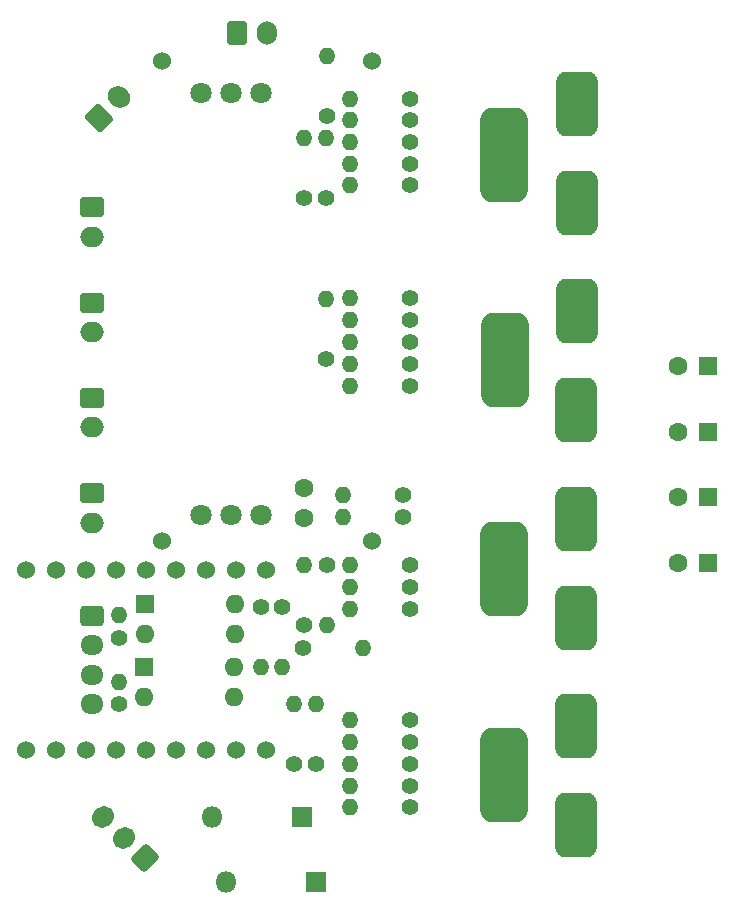
<source format=gbr>
%TF.GenerationSoftware,KiCad,Pcbnew,7.0.9*%
%TF.CreationDate,2024-06-22T14:47:38+09:00*%
%TF.ProjectId,Drive,44726976-652e-46b6-9963-61645f706362,rev?*%
%TF.SameCoordinates,Original*%
%TF.FileFunction,Soldermask,Bot*%
%TF.FilePolarity,Negative*%
%FSLAX46Y46*%
G04 Gerber Fmt 4.6, Leading zero omitted, Abs format (unit mm)*
G04 Created by KiCad (PCBNEW 7.0.9) date 2024-06-22 14:47:38*
%MOMM*%
%LPD*%
G01*
G04 APERTURE LIST*
G04 Aperture macros list*
%AMRoundRect*
0 Rectangle with rounded corners*
0 $1 Rounding radius*
0 $2 $3 $4 $5 $6 $7 $8 $9 X,Y pos of 4 corners*
0 Add a 4 corners polygon primitive as box body*
4,1,4,$2,$3,$4,$5,$6,$7,$8,$9,$2,$3,0*
0 Add four circle primitives for the rounded corners*
1,1,$1+$1,$2,$3*
1,1,$1+$1,$4,$5*
1,1,$1+$1,$6,$7*
1,1,$1+$1,$8,$9*
0 Add four rect primitives between the rounded corners*
20,1,$1+$1,$2,$3,$4,$5,0*
20,1,$1+$1,$4,$5,$6,$7,0*
20,1,$1+$1,$6,$7,$8,$9,0*
20,1,$1+$1,$8,$9,$2,$3,0*%
%AMHorizOval*
0 Thick line with rounded ends*
0 $1 width*
0 $2 $3 position (X,Y) of the first rounded end (center of the circle)*
0 $4 $5 position (X,Y) of the second rounded end (center of the circle)*
0 Add line between two ends*
20,1,$1,$2,$3,$4,$5,0*
0 Add two circle primitives to create the rounded ends*
1,1,$1,$2,$3*
1,1,$1,$4,$5*%
%AMFreePoly0*
4,1,37,-2.000000,3.000000,-1.984315,3.176420,-1.928653,3.370950,-1.834972,3.550293,-1.707107,3.707107,-1.550293,3.834972,-1.370950,3.928653,-1.176420,3.984315,-1.000000,4.000000,1.000000,4.000000,1.176420,3.984315,1.370950,3.928653,1.550293,3.834972,1.707107,3.707107,1.834972,3.550293,1.928653,3.370950,1.984315,3.176420,2.000000,3.000000,2.000000,-3.000000,1.984315,-3.176420,
1.928653,-3.370950,1.834972,-3.550293,1.707107,-3.707107,1.550293,-3.834972,1.370950,-3.928653,1.176420,-3.984315,1.000000,-4.000000,-1.000000,-4.000000,-1.176420,-3.984315,-1.370950,-3.928653,-1.550293,-3.834972,-1.707107,-3.707107,-1.834972,-3.550293,-1.928653,-3.370950,-1.984315,-3.176420,-2.000000,-3.000000,-2.000000,3.000000,-2.000000,3.000000,$1*%
%AMFreePoly1*
4,1,37,-1.750000,1.875000,-1.741990,1.993125,-1.696327,2.176741,-1.612259,2.346247,-1.493718,2.493718,-1.346247,2.612259,-1.176741,2.696327,-0.993125,2.741990,-0.875000,2.750000,0.875000,2.750000,0.993125,2.741990,1.176741,2.696327,1.346247,2.612259,1.493718,2.493718,1.612259,2.346247,1.696327,2.176741,1.741990,1.993125,1.750000,1.875000,1.750000,-1.875000,1.741990,-1.993125,
1.696327,-2.176741,1.612259,-2.346247,1.493718,-2.493718,1.346247,-2.612259,1.176741,-2.696327,0.993125,-2.741990,0.875000,-2.750000,-0.875000,-2.750000,-0.993125,-2.741990,-1.176741,-2.696327,-1.346247,-2.612259,-1.493718,-2.493718,-1.612259,-2.346247,-1.696327,-2.176741,-1.741990,-1.993125,-1.750000,-1.875000,-1.750000,1.875000,-1.750000,1.875000,$1*%
G04 Aperture macros list end*
%ADD10RoundRect,0.250000X0.936916X0.088388X0.088388X0.936916X-0.936916X-0.088388X-0.088388X-0.936916X0*%
%ADD11HorizOval,1.700000X0.088388X0.088388X-0.088388X-0.088388X0*%
%ADD12FreePoly0,0.000000*%
%ADD13R,1.600000X1.600000*%
%ADD14C,1.600000*%
%ADD15C,1.400000*%
%ADD16O,1.400000X1.400000*%
%ADD17FreePoly1,0.000000*%
%ADD18RoundRect,0.250000X-0.600000X-0.750000X0.600000X-0.750000X0.600000X0.750000X-0.600000X0.750000X0*%
%ADD19O,1.700000X2.000000*%
%ADD20C,1.800000*%
%ADD21RoundRect,0.250000X0.106066X-0.954594X0.954594X-0.106066X-0.106066X0.954594X-0.954594X0.106066X0*%
%ADD22HorizOval,1.700000X-0.106066X0.106066X0.106066X-0.106066X0*%
%ADD23O,1.600000X1.600000*%
%ADD24C,1.524000*%
%ADD25R,1.800000X1.800000*%
%ADD26O,1.800000X1.800000*%
%ADD27RoundRect,0.250000X-0.750000X0.600000X-0.750000X-0.600000X0.750000X-0.600000X0.750000X0.600000X0*%
%ADD28O,2.000000X1.700000*%
%ADD29RoundRect,0.250000X-0.725000X0.600000X-0.725000X-0.600000X0.725000X-0.600000X0.725000X0.600000X0*%
%ADD30O,1.950000X1.700000*%
G04 APERTURE END LIST*
D10*
%TO.C,PWR*%
X124053600Y-120904000D03*
D11*
X122285833Y-119136233D03*
X120518066Y-117368466D03*
%TD*%
D12*
%TO.C,*%
X154482800Y-113842800D03*
%TD*%
D13*
%TO.C,C4*%
X171689913Y-90322400D03*
D14*
X169189913Y-90322400D03*
%TD*%
D15*
%TO.C,R25*%
X146507200Y-112877600D03*
D16*
X141427200Y-112877600D03*
%TD*%
D15*
%TO.C,R23*%
X146507200Y-109169200D03*
D16*
X141427200Y-109169200D03*
%TD*%
D15*
%TO.C,R33*%
X139395200Y-65024000D03*
D16*
X139395200Y-59944000D03*
%TD*%
D17*
%TO.C,*%
X160629600Y-65430400D03*
%TD*%
D15*
%TO.C,R5*%
X146507200Y-60274200D03*
D16*
X141427200Y-60274200D03*
%TD*%
D18*
%TO.C,Capasitor*%
X131851400Y-51054000D03*
D19*
X134351400Y-51054000D03*
%TD*%
D17*
%TO.C,*%
X160578800Y-82956400D03*
%TD*%
D12*
%TO.C,*%
X154482800Y-61315600D03*
%TD*%
D20*
%TO.C,Q1*%
X131292600Y-91800800D03*
X128752600Y-91800800D03*
X133832600Y-91800800D03*
%TD*%
D15*
%TO.C,R12*%
X146481800Y-79044800D03*
D16*
X141401800Y-79044800D03*
%TD*%
D15*
%TO.C,R22*%
X146507200Y-111023400D03*
D16*
X141427200Y-111023400D03*
%TD*%
D15*
%TO.C,R13*%
X139420600Y-96037400D03*
D16*
X139420600Y-101117400D03*
%TD*%
D21*
%TO.C,Solenoid*%
X120116600Y-58216800D03*
D22*
X121884367Y-56449033D03*
%TD*%
D15*
%TO.C,R24*%
X146507200Y-116586000D03*
D16*
X141427200Y-116586000D03*
%TD*%
D15*
%TO.C,R6*%
X146507200Y-62128400D03*
D16*
X141427200Y-62128400D03*
%TD*%
D12*
%TO.C,*%
X154508200Y-78740000D03*
%TD*%
D15*
%TO.C,R28*%
X146507200Y-114731800D03*
D16*
X141427200Y-114731800D03*
%TD*%
D12*
%TO.C,*%
X154457400Y-96418400D03*
%TD*%
D17*
%TO.C,*%
X160578800Y-92151200D03*
%TD*%
D15*
%TO.C,R31*%
X133841200Y-99593400D03*
D16*
X133841200Y-104673400D03*
%TD*%
D13*
%TO.C,U6*%
X124012800Y-99334400D03*
D23*
X124012800Y-101874400D03*
X131632800Y-101874400D03*
X131632800Y-99334400D03*
%TD*%
D24*
%TO.C,U1*%
X114019000Y-111709200D03*
X116559000Y-111709200D03*
X119099000Y-111709200D03*
X121639000Y-111709200D03*
X124179000Y-111709200D03*
X126719000Y-111709200D03*
X129259000Y-111709200D03*
X131799000Y-111709200D03*
X134339000Y-111709200D03*
X134339000Y-96469200D03*
X131799000Y-96469200D03*
X129259000Y-96469200D03*
X126719000Y-96469200D03*
X124179000Y-96469200D03*
X121639000Y-96469200D03*
X119099000Y-96469200D03*
X116559000Y-96469200D03*
X114019000Y-96469200D03*
%TD*%
D15*
%TO.C,R7*%
X139344400Y-78587600D03*
D16*
X139344400Y-73507600D03*
%TD*%
D17*
%TO.C,*%
X160502600Y-118084600D03*
%TD*%
D15*
%TO.C,R10*%
X146481800Y-80899000D03*
D16*
X141401800Y-80899000D03*
%TD*%
D15*
%TO.C,R18*%
X146507200Y-97891600D03*
D16*
X141427200Y-97891600D03*
%TD*%
D25*
%TO.C,D1*%
X138557000Y-122859800D03*
D26*
X130937000Y-122859800D03*
%TD*%
D20*
%TO.C,Q2*%
X131292600Y-56083200D03*
X133832600Y-56083200D03*
X128752600Y-56083200D03*
%TD*%
D15*
%TO.C,R17*%
X146507200Y-96037400D03*
D16*
X141427200Y-96037400D03*
%TD*%
D15*
%TO.C,R20*%
X121843800Y-107848400D03*
D16*
X121843800Y-105948400D03*
%TD*%
D17*
%TO.C,*%
X160553400Y-100558600D03*
%TD*%
D15*
%TO.C,R9*%
X146481800Y-73482200D03*
D16*
X141401800Y-73482200D03*
%TD*%
D17*
%TO.C,*%
X160655000Y-57023000D03*
%TD*%
D13*
%TO.C,C1*%
X171689913Y-79248000D03*
D14*
X169189913Y-79248000D03*
%TD*%
D27*
%TO.C,M2*%
X119604200Y-73836000D03*
D28*
X119604200Y-76336000D03*
%TD*%
D13*
%TO.C,U7*%
X124007400Y-104668400D03*
D23*
X124007400Y-107208400D03*
X131627400Y-107208400D03*
X131627400Y-104668400D03*
%TD*%
D13*
%TO.C,C5*%
X171689913Y-95859600D03*
D14*
X169189913Y-95859600D03*
%TD*%
D27*
%TO.C,M1*%
X119604200Y-65755200D03*
D28*
X119604200Y-68255200D03*
%TD*%
D27*
%TO.C,M3*%
X119604200Y-81887800D03*
D28*
X119604200Y-84387800D03*
%TD*%
D15*
%TO.C,R15*%
X145897600Y-90144600D03*
D16*
X140817600Y-90144600D03*
%TD*%
D13*
%TO.C,C2*%
X171689913Y-84785200D03*
D14*
X169189913Y-84785200D03*
%TD*%
D15*
%TO.C,R1*%
X139420600Y-58039000D03*
D16*
X139420600Y-52959000D03*
%TD*%
D15*
%TO.C,R19*%
X121843800Y-102200200D03*
D16*
X121843800Y-100300200D03*
%TD*%
D25*
%TO.C,D2*%
X137312400Y-117373400D03*
D26*
X129692400Y-117373400D03*
%TD*%
D15*
%TO.C,R32*%
X137515600Y-65024000D03*
D16*
X137515600Y-59944000D03*
%TD*%
D15*
%TO.C,R2*%
X146507200Y-58420000D03*
D16*
X141427200Y-58420000D03*
%TD*%
D15*
%TO.C,R14*%
X145897600Y-91998800D03*
D16*
X140817600Y-91998800D03*
%TD*%
D17*
%TO.C,*%
X160604200Y-74549000D03*
%TD*%
D15*
%TO.C,R30*%
X135686800Y-99593400D03*
D16*
X135686800Y-104673400D03*
%TD*%
D27*
%TO.C,M4*%
X119604200Y-89965000D03*
D28*
X119604200Y-92465000D03*
%TD*%
D14*
%TO.C,C3*%
X137515600Y-92075000D03*
X137515600Y-89575000D03*
%TD*%
D15*
%TO.C,R26*%
X137541000Y-101117400D03*
D16*
X137541000Y-96037400D03*
%TD*%
D17*
%TO.C,*%
X160528000Y-109677200D03*
%TD*%
D15*
%TO.C,R11*%
X146481800Y-77190600D03*
D16*
X141401800Y-77190600D03*
%TD*%
D29*
%TO.C,J2*%
X119583200Y-100348200D03*
D30*
X119583200Y-102848200D03*
X119583200Y-105348200D03*
X119583200Y-107848200D03*
%TD*%
D15*
%TO.C,R4*%
X146507200Y-63906400D03*
D16*
X141427200Y-63906400D03*
%TD*%
D15*
%TO.C,R21*%
X138531600Y-112877600D03*
D16*
X138531600Y-107797600D03*
%TD*%
D15*
%TO.C,R3*%
X146507200Y-56565800D03*
D16*
X141427200Y-56565800D03*
%TD*%
D15*
%TO.C,R8*%
X146481800Y-75336400D03*
D16*
X141401800Y-75336400D03*
%TD*%
D24*
%TO.C,U4*%
X143306800Y-53416200D03*
X125526800Y-53416200D03*
X143306800Y-94056200D03*
X125526800Y-94056200D03*
%TD*%
D15*
%TO.C,R27*%
X136652000Y-112877600D03*
D16*
X136652000Y-107797600D03*
%TD*%
D15*
%TO.C,R29*%
X137439400Y-103124000D03*
D16*
X142519400Y-103124000D03*
%TD*%
D15*
%TO.C,R16*%
X146507200Y-99745800D03*
D16*
X141427200Y-99745800D03*
%TD*%
M02*

</source>
